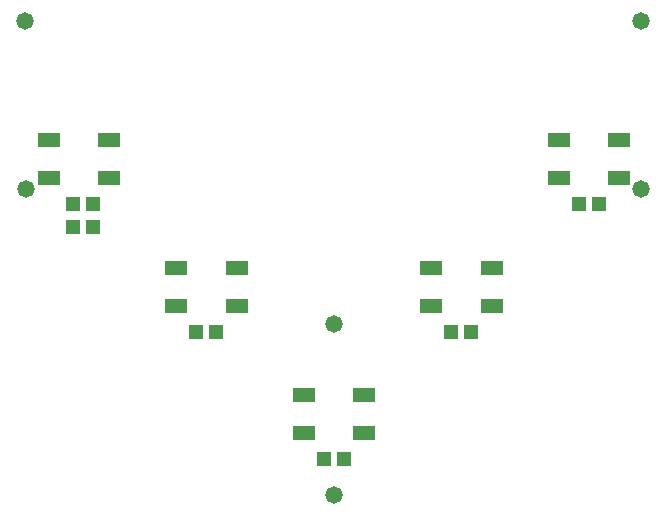
<source format=gts>
G75*
%MOIN*%
%OFA0B0*%
%FSLAX25Y25*%
%IPPOS*%
%LPD*%
%AMOC8*
5,1,8,0,0,1.08239X$1,22.5*
%
%ADD10C,0.05800*%
%ADD11R,0.07300X0.04737*%
%ADD12R,0.05131X0.04737*%
D10*
X0203333Y0081875D03*
X0203333Y0138750D03*
X0100833Y0183750D03*
X0100208Y0240000D03*
X0305833Y0240000D03*
X0305833Y0183750D03*
D11*
X0193188Y0102451D03*
X0193188Y0115049D03*
X0213479Y0115049D03*
X0213479Y0102451D03*
X0235688Y0144951D03*
X0235688Y0157549D03*
X0255979Y0157549D03*
X0255979Y0144951D03*
X0278188Y0187451D03*
X0278188Y0200049D03*
X0298479Y0200049D03*
X0298479Y0187451D03*
X0170979Y0157549D03*
X0150688Y0157549D03*
X0150688Y0144951D03*
X0170979Y0144951D03*
X0128479Y0187451D03*
X0108188Y0187451D03*
X0108188Y0200049D03*
X0128479Y0200049D03*
D12*
X0122930Y0178750D03*
X0116237Y0178750D03*
X0116237Y0171250D03*
X0122930Y0171250D03*
X0157487Y0136250D03*
X0164180Y0136250D03*
X0199987Y0093750D03*
X0206680Y0093750D03*
X0242487Y0136250D03*
X0249180Y0136250D03*
X0284987Y0178750D03*
X0291680Y0178750D03*
M02*

</source>
